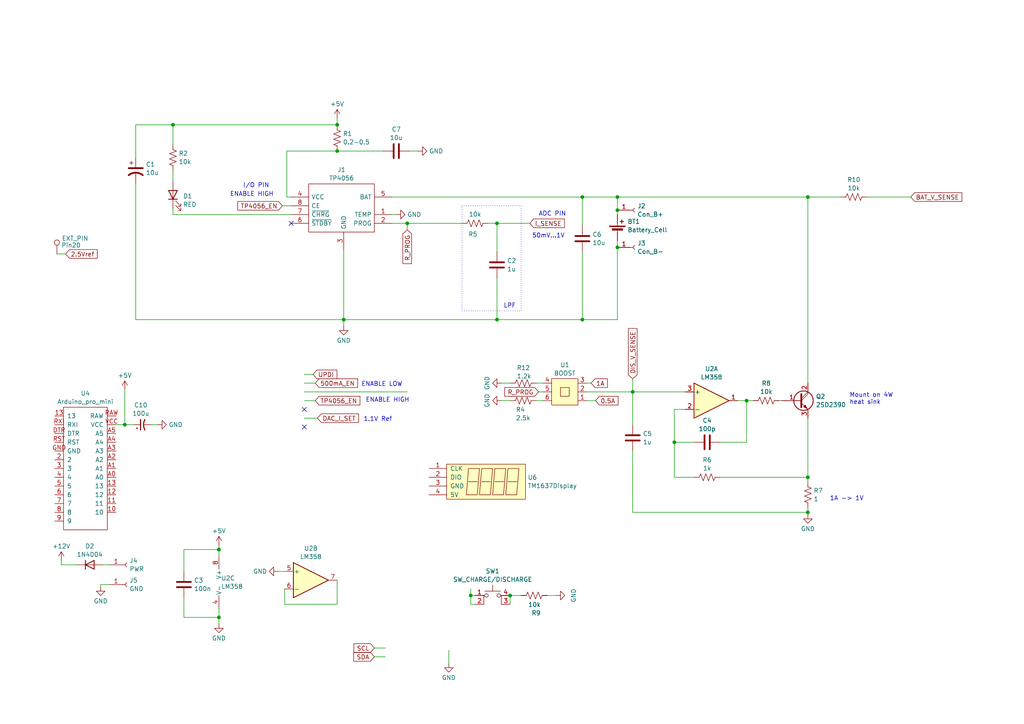
<source format=kicad_sch>
(kicad_sch (version 20230121) (generator eeschema)
  (paper "A4")
  (lib_symbols
    (symbol "!my-kicad-library:AO3406"
      (property "Reference" "U" (at -1.27 -5.08 0))
      (property "Value" "AO3406" (at 5.08 -2.54 0))
      (symbol "AO3406_0_1"
        (circle (center -0.889 0) (radius 2.794) (stroke (width 0.254)))
        (circle (center 0 -1.778) (radius 0.254) (fill (type outline)))
        (polyline (pts (xy -2.286 0) (xy -5.08 0)))
        (polyline (pts (xy -2.286 1.905) (xy -2.286 -1.905)) (stroke (width 0.254)))
        (polyline (pts (xy -1.778 -1.27) (xy -1.778 -2.286)) (stroke (width 0.254)))
        (polyline (pts (xy -1.778 0.508) (xy -1.778 -0.508)) (stroke (width 0.254)))
        (polyline (pts (xy -1.778 2.286) (xy -1.778 1.27)) (stroke (width 0.254)))
        (polyline (pts (xy 0 2.54) (xy 0 1.778)))
        (polyline (pts (xy 0 -2.54) (xy 0 0) (xy -1.778 0)))
        (polyline (pts (xy -1.778 -1.778) (xy 0.762 -1.778) (xy 0.762 1.778) (xy -1.778 1.778)))
        (polyline (pts (xy -1.524 0) (xy -0.508 0.381) (xy -0.508 -0.381) (xy -1.524 0)) (fill (type outline)))
        (polyline (pts (xy 0.254 0.508) (xy 0.381 0.381) (xy 1.143 0.381) (xy 1.27 0.254)))
        (polyline (pts (xy 0.762 0.381) (xy 0.381 -0.254) (xy 1.143 -0.254) (xy 0.762 0.381)))
        (circle (center 0 1.778) (radius 0.254) (fill (type outline)))
      )
      (symbol "AO3406_1_1"
        (pin input line (at -7.62 0 0) (length 2.54) (name "G") (number "1"))
        (pin passive line (at 0 -5.08 90) (length 2.54) (name "S") (number "2"))
        (pin passive line (at 0 5.08 270) (length 2.54) (name "D") (number "3"))
      )
    )
    (symbol "!my-kicad-library:Arduino_pro_mini" (pin_names (offset 1.016))
      (property "Reference" "U" (at -15.24 -2.54 0))
      (property "Value" "Arduino_pro_mini" (at 0 -20.32 0))
      (symbol "Arduino_pro_mini_0_1"
        (rectangle (start -6.35 17.78) (end 6.35 -17.78))
      )
      (symbol "Arduino_pro_mini_1_1"
        (pin bidirectional line (at 8.89 -12.7 180) (length 2.54) (name "10") (number "10"))
        (pin bidirectional line (at 8.89 -10.16 180) (length 2.54) (name "11") (number "11"))
        (pin bidirectional line (at 8.89 -7.62 180) (length 2.54) (name "12") (number "12"))
        (pin bidirectional line (at -8.89 15.24 0) (length 2.54) (name "13") (number "13"))
        (pin bidirectional line (at 8.89 -5.08 180) (length 2.54) (name "13") (number "13"))
        (pin bidirectional line (at -8.89 2.54 0) (length 2.54) (name "2") (number "2"))
        (pin bidirectional line (at -8.89 0 0) (length 2.54) (name "3") (number "3"))
        (pin bidirectional line (at -8.89 -2.54 0) (length 2.54) (name "4") (number "4"))
        (pin bidirectional line (at -8.89 -5.08 0) (length 2.54) (name "5") (number "5"))
        (pin bidirectional line (at -8.89 -7.62 0) (length 2.54) (name "6") (number "6"))
        (pin bidirectional line (at -8.89 -10.16 0) (length 2.54) (name "7") (number "7"))
        (pin bidirectional line (at -8.89 -12.7 0) (length 2.54) (name "8") (number "8"))
        (pin bidirectional line (at -8.89 -15.24 0) (length 2.54) (name "9") (number "9"))
        (pin input line (at 8.89 -2.54 180) (length 2.54) (name "A0") (number "A0"))
        (pin input line (at 8.89 0 180) (length 2.54) (name "A1") (number "A1"))
        (pin input line (at 8.89 2.54 180) (length 2.54) (name "A2") (number "A2"))
        (pin input line (at 8.89 5.08 180) (length 2.54) (name "A3") (number "A3"))
        (pin input line (at 8.89 7.62 180) (length 2.54) (name "A4") (number "A4"))
        (pin input line (at 8.89 10.16 180) (length 2.54) (name "A5") (number "A5"))
        (pin input line (at -8.89 10.16 0) (length 2.54) (name "DTR") (number "DTR"))
        (pin power_in line (at -8.89 5.08 0) (length 2.54) (name "GND") (number "GND"))
        (pin power_in line (at 8.89 15.24 180) (length 2.54) (name "RAW") (number "RAW"))
        (pin input line (at -8.89 7.62 0) (length 2.54) (name "RST") (number "RST"))
        (pin input line (at -8.89 12.7 0) (length 2.54) (name "RXI") (number "RXI"))
        (pin power_in line (at 8.89 12.7 180) (length 2.54) (name "VCC") (number "VCC"))
      )
    )
    (symbol "!my-kicad-library:LM2596_StepDown_Module" (pin_names (offset 1.016))
      (property "Reference" "U" (at 1.27 3.81 0))
      (property "Value" "LM2596_StepDown_Module" (at 0 20.32 0))
      (symbol "LM2596_StepDown_Module_0_1"
        (rectangle (start -7.62 10.16) (end 13.97 -5.08) (fill (type background)))
      )
      (symbol "LM2596_StepDown_Module_1_1"
        (pin power_in line (at -10.16 2.54 0) (length 2.54) (name "Vin") (number "1"))
        (pin power_in line (at -2.54 -7.62 90) (length 2.54) (name "GND") (number "2"))
        (pin power_in line (at 2.54 -7.62 90) (length 2.54) (name "GND") (number "3"))
        (pin power_out line (at 16.51 2.54 180) (length 2.54) (name "Vout") (number "4"))
        (pin input inverted (at -5.08 12.7 270) (length 2.54) (name "EN") (number "5"))
        (pin input line (at 5.08 12.7 270) (length 2.54) (name "Pot1") (number "6"))
        (pin input line (at 7.62 12.7 270) (length 2.54) (name "Pot2") (number "7"))
        (pin input line (at 10.16 12.7 270) (length 2.54) (name "Pot3") (number "8"))
      )
    )
    (symbol "!my-kicad-library:SW_DPDT_XLX" (pin_names (offset 1.016))
      (property "Reference" "U" (at 0 5.08 0))
      (property "Value" "SW_DPDT_XLX" (at 0 2.54 0))
      (symbol "SW_DPDT_XLX_0_1"
        (rectangle (start -3.81 0) (end 3.81 -7.62) (fill (type background)))
        (polyline (pts (xy -1.27 -2.54) (xy 1.27 -2.54) (xy 1.27 -5.08) (xy -1.27 -5.08) (xy -1.27 -2.54)))
      )
      (symbol "SW_DPDT_XLX_1_1"
        (pin input line (at 6.35 -6.35 180) (length 2.54) (name "~") (number "1"))
        (pin input line (at 6.35 -3.81 180) (length 2.54) (name "~") (number "2"))
        (pin input line (at 6.35 -1.27 180) (length 2.54) (name "~") (number "3"))
        (pin input line (at -6.35 -1.27 0) (length 2.54) (name "~") (number "4"))
        (pin input line (at -6.35 -3.81 0) (length 2.54) (name "~") (number "5"))
        (pin input line (at -6.35 -6.35 0) (length 2.54) (name "~") (number "6"))
      )
    )
    (symbol "!my-kicad-library:TM1637Display" (pin_names (offset 1.016))
      (property "Reference" "U" (at -7.62 -6.35 0))
      (property "Value" "TM1637Display" (at -1.27 6.35 0))
      (symbol "TM1637Display_0_1"
        (rectangle (start -8.89 5.08) (end 13.97 -5.08) (fill (type background)))
        (polyline (pts (xy -2.54 0) (xy 0 0)))
        (polyline (pts (xy 1.27 0) (xy 3.81 0)))
        (polyline (pts (xy 5.08 0) (xy 7.62 0)))
        (polyline (pts (xy 8.89 0) (xy 11.43 0)))
        (polyline (pts (xy -3.175 -3.81) (xy -2.54 3.81) (xy 0.635 3.81) (xy 0 -3.81) (xy -3.175 -3.81)))
        (polyline (pts (xy 0.635 -3.81) (xy 1.27 3.81) (xy 4.445 3.81) (xy 3.81 -3.81) (xy 0.635 -3.81)))
        (polyline (pts (xy 4.445 -3.81) (xy 5.08 3.81) (xy 8.255 3.81) (xy 7.62 -3.81) (xy 4.445 -3.81)))
        (polyline (pts (xy 8.255 -3.81) (xy 8.89 3.81) (xy 12.065 3.81) (xy 11.43 -3.81) (xy 8.255 -3.81)))
      )
      (symbol "TM1637Display_1_1"
        (pin input line (at -13.97 3.81 0) (length 5.08) (name "CLK") (number "1"))
        (pin input line (at -13.97 1.27 0) (length 5.08) (name "DIO") (number "2"))
        (pin power_in line (at -13.97 -1.27 0) (length 5.08) (name "GND") (number "3"))
        (pin power_in line (at -13.97 -3.81 0) (length 5.08) (name "5V") (number "4"))
      )
    )
    (symbol "!my-kicad-library:TP4056" (pin_names (offset 0.762))
      (property "Reference" "J" (at 38.1 2.54 0))
      (property "Value" "TP4056" (at 38.1 0 0))
      (symbol "TP4056_0_0"
        (pin input line (at 29.21 -6.35 180) (length 5.08) (name "TEMP") (number "1"))
        (pin input line (at 29.21 -8.89 180) (length 5.08) (name "PROG") (number "2"))
        (pin input line (at 15.24 -16.51 90) (length 5.08) (name "GND") (number "3"))
        (pin power_in line (at 0 -1.27 0) (length 5.08) (name "VCC") (number "4"))
        (pin power_out line (at 29.21 -1.27 180) (length 5.08) (name "BAT") (number "5"))
        (pin open_collector line (at 0 -8.89 0) (length 5.08) (name "~{STDBY}") (number "6"))
        (pin open_collector line (at 0 -6.35 0) (length 5.08) (name "~{CHRG}") (number "7"))
        (pin input line (at 0 -3.81 0) (length 5.08) (name "CE") (number "8"))
      )
      (symbol "TP4056_0_1"
        (polyline (pts (xy 5.08 2.54) (xy 24.13 2.54) (xy 24.13 -11.43) (xy 5.08 -11.43) (xy 5.08 2.54)) (stroke (width 0.1524)))
      )
    )
    (symbol "Amplifier_Operational:LM358" (pin_names (offset 0.127))
      (property "Reference" "U" (at 0 5.08 0))
      (property "Value" "LM358" (at 0 -5.08 0))
      (symbol "LM358_1_1"
        (polyline (pts (xy -5.08 5.08) (xy 5.08 0) (xy -5.08 -5.08) (xy -5.08 5.08)) (stroke (width 0.254)) (fill (type background)))
        (pin output line (at 7.62 0 180) (length 2.54) (name "~") (number "1"))
        (pin input line (at -7.62 -2.54 0) (length 2.54) (name "-") (number "2"))
        (pin input line (at -7.62 2.54 0) (length 2.54) (name "+") (number "3"))
      )
      (symbol "LM358_2_1"
        (polyline (pts (xy -5.08 5.08) (xy 5.08 0) (xy -5.08 -5.08) (xy -5.08 5.08)) (stroke (width 0.254)) (fill (type background)))
        (pin input line (at -7.62 2.54 0) (length 2.54) (name "+") (number "5"))
        (pin input line (at -7.62 -2.54 0) (length 2.54) (name "-") (number "6"))
        (pin output line (at 7.62 0 180) (length 2.54) (name "~") (number "7"))
      )
      (symbol "LM358_3_1"
        (pin power_in line (at -2.54 -7.62 90) (length 3.81) (name "V-") (number "4"))
        (pin power_in line (at -2.54 7.62 270) (length 3.81) (name "V+") (number "8"))
      )
    )
    (symbol "Connector:Conn_01x01_Socket" (pin_names (offset 1.016) hide)
      (property "Reference" "J" (at 0 2.54 0))
      (property "Value" "Conn_01x01_Socket" (at 0 -2.54 0))
      (symbol "Conn_01x01_Socket_1_1"
        (polyline (pts (xy -1.27 0) (xy -0.508 0)) (stroke (width 0.1524)))
        (arc (start 0 0.508) (mid -0.5058 0) (end 0 -0.508) (stroke (width 0.1524)))
        (pin passive line (at -5.08 0 0) (length 3.81) (name "Pin_1") (number "1"))
      )
    )
    (symbol "Connector:Conn_01x02_Female" (pin_names (offset 1.016) hide)
      (property "Reference" "J" (at 0 2.54 0))
      (property "Value" "Conn_01x02_Female" (at 0 -5.08 0))
      (symbol "Conn_01x02_Female_1_1"
        (arc (start 0 -2.032) (mid -0.5058 -2.54) (end 0 -3.048) (stroke (width 0.1524)))
        (polyline (pts (xy -1.27 -2.54) (xy -0.508 -2.54)) (stroke (width 0.1524)))
        (polyline (pts (xy -1.27 0) (xy -0.508 0)) (stroke (width 0.1524)))
        (arc (start 0 0.508) (mid -0.5058 0) (end 0 -0.508) (stroke (width 0.1524)))
        (pin passive line (at -5.08 0 0) (length 3.81) (name "Pin_1") (number "1"))
        (pin passive line (at -5.08 -2.54 0) (length 3.81) (name "Pin_2") (number "2"))
      )
    )
    (symbol "Connector:TestPoint" (pin_numbers hide) (pin_names (offset 0.762) hide)
      (property "Reference" "TP" (at 0 6.858 0))
      (property "Value" "TestPoint" (at 0 5.08 0))
      (symbol "TestPoint_0_1"
        (circle (center 0 3.302) (radius 0.762))
      )
      (symbol "TestPoint_1_1"
        (pin passive line (at 0 0 90) (length 2.54) (name "1") (number "1"))
      )
    )
    (symbol "Device:Battery_Cell" (pin_numbers hide) (pin_names (offset 0) hide)
      (property "Reference" "BT" (at 2.54 2.54 0))
      (property "Value" "Battery_Cell" (at 2.54 0 0))
      (symbol "Battery_Cell_0_1"
        (rectangle (start -2.286 1.778) (end 2.286 1.524) (fill (type outline)))
        (rectangle (start -1.524 1.016) (end 1.524 0.508) (fill (type outline)))
        (polyline (pts (xy 0 0.762) (xy 0 0)))
        (polyline (pts (xy 0 1.778) (xy 0 2.54)))
        (polyline (pts (xy 0.762 3.048) (xy 1.778 3.048)) (stroke (width 0.254)))
        (polyline (pts (xy 1.27 3.556) (xy 1.27 2.54)) (stroke (width 0.254)))
      )
      (symbol "Battery_Cell_1_1"
        (pin passive line (at 0 5.08 270) (length 2.54) (name "+") (number "1"))
        (pin passive line (at 0 -2.54 90) (length 2.54) (name "-") (number "2"))
      )
    )
    (symbol "Device:C" (pin_numbers hide) (pin_names (offset 0.254))
      (property "Reference" "C" (at 0.635 2.54 0))
      (property "Value" "C" (at 0.635 -2.54 0))
      (symbol "C_0_1"
        (polyline (pts (xy -2.032 -0.762) (xy 2.032 -0.762)) (stroke (width 0.508)))
        (polyline (pts (xy -2.032 0.762) (xy 2.032 0.762)) (stroke (width 0.508)))
      )
      (symbol "C_1_1"
        (pin passive line (at 0 3.81 270) (length 2.794) (name "~") (number "1"))
        (pin passive line (at 0 -3.81 90) (length 2.794) (name "~") (number "2"))
      )
    )
    (symbol "Device:C_Polarized_Small_US" (pin_numbers hide) (pin_names (offset 0.254) hide)
      (property "Reference" "C" (at 0.254 1.778 0))
      (property "Value" "C_Polarized_Small_US" (at 0.254 -2.032 0))
      (symbol "C_Polarized_Small_US_0_1"
        (polyline (pts (xy -1.524 0.508) (xy 1.524 0.508)) (stroke (width 0.3048)))
        (polyline (pts (xy -1.27 1.524) (xy -0.762 1.524)))
        (polyline (pts (xy -1.016 1.27) (xy -1.016 1.778)))
        (arc (start 1.524 -0.762) (mid 0 -0.3734) (end -1.524 -0.762) (stroke (width 0.3048)))
      )
      (symbol "C_Polarized_Small_US_1_1"
        (pin passive line (at 0 2.54 270) (length 2.032) (name "~") (number "1"))
        (pin passive line (at 0 -2.54 90) (length 2.032) (name "~") (number "2"))
      )
    )
    (symbol "Device:C_Polarized_US" (pin_numbers hide) (pin_names (offset 0.254) hide)
      (property "Reference" "C" (at 0.635 2.54 0))
      (property "Value" "C_Polarized_US" (at 0.635 -2.54 0))
      (symbol "C_Polarized_US_0_1"
        (polyline (pts (xy -2.032 0.762) (xy 2.032 0.762)) (stroke (width 0.508)))
        (polyline (pts (xy -1.778 2.286) (xy -0.762 2.286)))
        (polyline (pts (xy -1.27 1.778) (xy -1.27 2.794)))
        (arc (start 2.032 -1.27) (mid 0 -0.5572) (end -2.032 -1.27) (stroke (width 0.508)))
      )
      (symbol "C_Polarized_US_1_1"
        (pin passive line (at 0 3.81 270) (length 2.794) (name "~") (number "1"))
        (pin passive line (at 0 -3.81 90) (length 3.302) (name "~") (number "2"))
      )
    )
    (symbol "Device:LED" (pin_numbers hide) (pin_names (offset 1.016) hide)
      (property "Reference" "D" (at 0 2.54 0))
      (property "Value" "LED" (at 0 -2.54 0))
      (symbol "LED_0_1"
        (polyline (pts (xy -1.27 -1.27) (xy -1.27 1.27)) (stroke (width 0.254)))
        (polyline (pts (xy -1.27 0) (xy 1.27 0)))
        (polyline (pts (xy 1.27 -1.27) (xy 1.27 1.27) (xy -1.27 0) (xy 1.27 -1.27)) (stroke (width 0.254)))
        (polyline (pts (xy -3.048 -0.762) (xy -4.572 -2.286) (xy -3.81 -2.286) (xy -4.572 -2.286) (xy -4.572 -1.524)))
        (polyline (pts (xy -1.778 -0.762) (xy -3.302 -2.286) (xy -2.54 -2.286) (xy -3.302 -2.286) (xy -3.302 -1.524)))
      )
      (symbol "LED_1_1"
        (pin passive line (at -3.81 0 0) (length 2.54) (name "K") (number "1"))
        (pin passive line (at 3.81 0 180) (length 2.54) (name "A") (number "2"))
      )
    )
    (symbol "Device:Q_NPN_Darlington_BCE" (pin_names (offset 0) hide)
      (property "Reference" "Q" (at 4.572 1.27 0))
      (property "Value" "Q_NPN_Darlington_BCE" (at 4.572 -1.27 0))
      (symbol "Q_NPN_Darlington_BCE_0_1"
        (polyline (pts (xy 0.635 0.635) (xy 2.54 2.54)))
        (polyline (pts (xy 0.635 -0.635) (xy 2.54 -2.54) (xy 2.54 -2.54)))
        (polyline (pts (xy 0.635 0) (xy 2.54 1.905) (xy 2.54 2.54)))
        (polyline (pts (xy 0.635 1.905) (xy 0.635 -1.905) (xy 0.635 -1.905)) (stroke (width 0.508)))
        (polyline (pts (xy 1.27 -1.778) (xy 1.778 -1.27) (xy 2.286 -2.286) (xy 1.27 -1.778) (xy 1.27 -1.778)) (fill (type outline)))
        (circle (center 1.27 0) (radius 2.8194) (stroke (width 0.254)))
      )
      (symbol "Q_NPN_Darlington_BCE_1_1"
        (pin input line (at -5.08 0 0) (length 5.715) (name "B") (number "1"))
        (pin passive line (at 2.54 5.08 270) (length 2.54) (name "C") (number "2"))
        (pin passive line (at 2.54 -5.08 90) (length 2.54) (name "E") (number "3"))
      )
    )
    (symbol "Device:Q_PNP_BEC" (pin_names (offset 0) hide)
      (property "Reference" "Q" (at 5.08 1.27 0))
      (property "Value" "Q_PNP_BEC" (at 5.08 -1.27 0))
      (symbol "Q_PNP_BEC_0_1"
        (polyline (pts (xy 0.635 0.635) (xy 2.54 2.54)))
        (polyline (pts (xy 0.635 -0.635) (xy 2.54 -2.54) (xy 2.54 -2.54)))
        (polyline (pts (xy 0.635 1.905) (xy 0.635 -1.905) (xy 0.635 -1.905)) (stroke (width 0.508)))
        (polyline (pts (xy 2.286 -1.778) (xy 1.778 -2.286) (xy 1.27 -1.27) (xy 2.286 -1.778) (xy 2.286 -1.778)) (fill (type outline)))
        (circle (center 1.27 0) (radius 2.8194) (stroke (width 0.254)))
      )
      (symbol "Q_PNP_BEC_1_1"
        (pin input line (at -5.08 0 0) (length 5.715) (name "B") (number "1"))
        (pin passive line (at 2.54 -5.08 90) (length 2.54) (name "E") (number "2"))
        (pin passive line (at 2.54 5.08 270) (length 2.54) (name "C") (number "3"))
      )
    )
    (symbol "Device:R_Potentiometer_Trim_US" (pin_names (offset 1.016) hide)
      (property "Reference" "RV" (at -4.445 0 90))
      (property "Value" "R_Potentiometer_Trim_US" (at -2.54 0 90))
      (symbol "R_Potentiometer_Trim_US_0_1"
        (polyline (pts (xy 0 -2.286) (xy 0 -2.54)))
        (polyline (pts (xy 0 2.286) (xy 0 2.54)))
        (polyline (pts (xy 1.524 0.762) (xy 1.524 -0.762)))
        (polyline (pts (xy 2.54 0) (xy 1.524 0)))
        (polyline (pts (xy 0 -0.762) (xy 1.016 -1.143) (xy 0 -1.524) (xy -1.016 -1.905) (xy 0 -2.286)))
        (polyline (pts (xy 0 0.762) (xy 1.016 0.381) (xy 0 0) (xy -1.016 -0.381) (xy 0 -0.762)))
        (polyline (pts (xy 0 2.286) (xy 1.016 1.905) (xy 0 1.524) (xy -1.016 1.143) (xy 0 0.762)))
      )
      (symbol "R_Potentiometer_Trim_US_1_1"
        (pin passive line (at 0 3.81 270) (length 1.27) (name "1") (number "1"))
        (pin passive line (at 3.81 0 180) (length 1.27) (name "2") (number "2"))
        (pin passive line (at 0 -3.81 90) (length 1.27) (name "3") (number "3"))
      )
    )
    (symbol "Device:R_US" (pin_numbers hide) (pin_names (offset 0))
      (property "Reference" "R" (at 2.54 0 90))
      (property "Value" "R_US" (at -2.54 0 90))
      (symbol "R_US_0_1"
        (polyline (pts (xy 0 -2.286) (xy 0 -2.54)))
        (polyline (pts (xy 0 2.286) (xy 0 2.54)))
        (polyline (pts (xy 0 -0.762) (xy 1.016 -1.143) (xy 0 -1.524) (xy -1.016 -1.905) (xy 0 -2.286)))
        (polyline (pts (xy 0 0.762) (xy 1.016 0.381) (xy 0 0) (xy -1.016 -0.381) (xy 0 -0.762)))
        (polyline (pts (xy 0 2.286) (xy 1.016 1.905) (xy 0 1.524) (xy -1.016 1.143) (xy 0 0.762)))
      )
      (symbol "R_US_1_1"
        (pin passive line (at 0 3.81 270) (length 1.27) (name "~") (number "1"))
        (pin passive line (at 0 -3.81 90) (length 1.27) (name "~") (number "2"))
      )
    )
    (symbol "Diode:1N4004" (pin_numbers hide) (pin_names hide)
      (property "Reference" "D" (at 0 2.54 0))
      (property "Value" "1N4004" (at 0 -2.54 0))
      (symbol "1N4004_0_1"
        (polyline (pts (xy -1.27 1.27) (xy -1.27 -1.27)) (stroke (width 0.254)))
        (polyline (pts (xy 1.27 0) (xy -1.27 0)))
        (polyline (pts (xy 1.27 1.27) (xy 1.27 -1.27) (xy -1.27 0) (xy 1.27 1.27)) (stroke (width 0.254)))
      )
      (symbol "1N4004_1_1"
        (pin passive line (at -3.81 0 0) (length 2.54) (name "K") (number "1"))
        (pin passive line (at 3.81 0 180) (length 2.54) (name "A") (number "2"))
      )
    )
    (symbol "Reference_Voltage:TL431LP" (pin_numbers hide) (pin_names hide)
      (property "Reference" "U" (at -2.54 2.54 0))
      (property "Value" "TL431LP" (at 0 -2.54 0))
      (symbol "TL431LP_0_1"
        (polyline (pts (xy -1.27 0) (xy 0 0) (xy 1.27 0)))
        (polyline (pts (xy -0.762 0.762) (xy 0.762 0) (xy -0.762 -0.762)) (fill (type outline)))
        (polyline (pts (xy 0.508 -1.016) (xy 0.762 -0.762) (xy 0.762 0.762) (xy 0.762 0.762)) (stroke (width 0.254)))
      )
      (symbol "TL431LP_1_1"
        (pin passive line (at 0 2.54 270) (length 2.54) (name "REF") (number "1"))
        (pin passive line (at -2.54 0 0) (length 2.54) (name "A") (number "2"))
        (pin passive line (at 2.54 0 180) (length 2.54) (name "K") (number "3"))
      )
    )
    (symbol "Switch:SW_MEC_5E" (pin_names (offset 1.016) hide)
      (property "Reference" "SW" (at 0.635 5.715 0))
      (property "Value" "SW_MEC_5E" (at 0 -3.175 0))
      (symbol "SW_MEC_5E_0_1"
        (circle (center -1.778 2.54) (radius 0.508))
        (polyline (pts (xy -2.286 3.81) (xy 2.286 3.81)))
        (polyline (pts (xy 0 3.81) (xy 0 5.588)))
        (polyline (pts (xy -2.54 0) (xy -2.54 2.54) (xy -2.286 2.54)))
        (polyline (pts (xy 2.54 0) (xy 2.54 2.54) (xy 2.286 2.54)))
        (circle (center 1.778 2.54) (radius 0.508))
        (pin passive line (at -5.08 2.54 0) (length 2.54) (name "1") (number "1"))
        (pin passive line (at -5.08 0 0) (length 2.54) (name "2") (number "2"))
        (pin passive line (at 5.08 0 180) (length 2.54) (name "K") (number "3"))
        (pin passive line (at 5.08 2.54 180) (length 2.54) (name "A") (number "4"))
      )
    )
    (symbol "power:+12V" (power) (pin_names (offset 0))
      (property "Value" "+12V" (at 0 3.556 0))
      (symbol "+12V_0_1"
        (polyline (pts (xy -0.762 1.27) (xy 0 2.54)))
        (polyline (pts (xy 0 0) (xy 0 2.54)))
        (polyline (pts (xy 0 2.54) (xy 0.762 1.27)))
      )
      (symbol "+12V_1_1"
        (pin power_in line (at 0 0 90) (length 0) hide (name "+12V") (number "1"))
      )
    )
    (symbol "power:+5V" (power) (pin_names (offset 0))
      (property "Value" "+5V" (at 0 3.556 0))
      (symbol "+5V_0_1"
        (polyline (pts (xy -0.762 1.27) (xy 0 2.54)))
        (polyline (pts (xy 0 0) (xy 0 2.54)))
        (polyline (pts (xy 0 2.54) (xy 0.762 1.27)))
      )
      (symbol "+5V_1_1"
        (pin power_in line (at 0 0 90) (length 0) hide (name "+5V") (number "1"))
      )
    )
    (symbol "power:GND" (power) (pin_names (offset 0))
      (property "Value" "GND" (at 0 -3.81 0))
      (symbol "GND_0_1"
        (polyline (pts (xy 0 0) (xy 0 -1.27) (xy 1.27 -1.27) (xy 0 -2.54) (xy -1.27 -1.27) (xy 0 -1.27)))
      )
      (symbol "GND_1_1"
        (pin power_in line (at 0 0 270) (length 0) hide (name "GND") (number "1"))
      )
    )
    (symbol "power:GNDA" (power) (pin_names (offset 0))
      (property "Value" "GNDA" (at 0 -3.81 0))
      (symbol "GNDA_0_1"
        (polyline (pts (xy 0 0) (xy 0 -1.27) (xy 1.27 -1.27) (xy 0 -2.54) (xy -1.27 -1.27) (xy 0 -1.27)))
      )
      (symbol "GNDA_1_1"
        (pin power_in line (at 0 0 270) (length 0) hide (name "GNDA") (number "1"))
      )
    )
  )
  (junction (at 216.535 116.205))
  (junction (at 179.07 71.755))
  (junction (at 63.5 179.07))
  (junction (at 200.025 -50.8))
  (junction (at 175.895 -62.865))
  (junction (at 351.155 55.245))
  (junction (at 97.79 36.195))
  (junction (at 175.895 -22.225))
  (junction (at 168.91 92.71))
  (junction (at 99.695 92.71))
  (junction (at 175.895 -50.8))
  (junction (at 179.07 57.15))
  (junction (at 341.63 39.37))
  (junction (at 63.5 159.385))
  (junction (at 168.91 57.15))
  (junction (at 234.315 138.43))
  (junction (at 332.105 55.245))
  (junction (at 161.925 -62.865))
  (junction (at 351.155 13.335))
  (junction (at 179.07 60.96))
  (junction (at 183.515 113.665))
  (junction (at 97.79 43.815))
  (junction (at 351.155 30.48))
  (junction (at 36.195 123.19))
  (junction (at 175.895 -36.83))
  (junction (at 148.59 -22.225))
  (junction (at 195.58 128.27))
  (junction (at 144.145 92.71))
  (junction (at 200.025 -62.865))
  (junction (at 118.11 64.77))
  (junction (at 161.925 -22.225))
  (junction (at 234.315 148.59))
  (junction (at 50.165 36.195))
  (junction (at 148.59 -62.865))
  (junction (at 234.315 57.15))
  (junction (at 144.145 64.77))
  (junction (at -29.845 167.64))
  (junction (at 147.955 172.72))
  (junction (at 200.025 -36.83))
  (junction (at 136.525 172.72))
  (no_connect (at -19.685 145.415))
  (no_connect (at 84.455 64.77))
  (no_connect (at -34.925 145.415))
  (no_connect (at -24.765 145.415))
  (no_connect (at 88.265 118.745))
  (no_connect (at 88.265 123.825))
  (no_connect (at -22.225 145.415))
  (wire (pts (xy 31.75 169.545) (xy 29.21 169.545)))
  (wire (pts (xy 200.025 -38.1) (xy 200.025 -36.83)))
  (wire (pts (xy 53.34 159.385) (xy 53.34 165.735)))
  (wire (pts (xy 351.155 30.48) (xy 349.25 30.48)))
  (wire (pts (xy 63.5 158.115) (xy 63.5 159.385)))
  (wire (pts (xy 208.915 138.43) (xy 234.315 138.43)))
  (wire (pts (xy 175.895 -36.83) (xy 175.895 -34.925)))
  (wire (pts (xy 175.895 -50.8) (xy 179.705 -50.8)))
  (wire (pts (xy 148.59 -79.375) (xy 148.59 -76.2)))
  (wire (pts (xy 203.835 -36.83) (xy 200.025 -36.83)))
  (wire (pts (xy 200.025 -53.975) (xy 200.025 -50.8)))
  (wire (pts (xy 81.915 59.69) (xy 84.455 59.69)))
  (wire (pts (xy 341.63 39.37) (xy 341.63 35.56)))
  (wire (pts (xy 213.995 116.205) (xy 216.535 116.205)))
  (wire (pts (xy 130.175 188.595) (xy 130.175 192.405)))
  (wire (pts (xy 144.145 64.77) (xy 141.605 64.77)))
  (wire (pts (xy 168.91 92.71) (xy 179.07 92.71)))
  (wire (pts (xy 45.72 123.19) (xy 43.815 123.19)))
  (wire (pts (xy 148.59 -62.865) (xy 161.925 -62.865)))
  (wire (pts (xy 175.895 -62.865) (xy 175.895 -61.595)))
  (wire (pts (xy 147.955 172.72) (xy 151.13 172.72)))
  (wire (pts (xy 175.895 -53.975) (xy 175.895 -50.8)))
  (wire (pts (xy 161.925 -50.8) (xy 161.925 -62.865)))
  (wire (pts (xy 161.925 -43.18) (xy 161.925 -22.225)))
  (wire (pts (xy 84.455 62.23) (xy 50.165 62.23)))
  (wire (pts (xy 88.265 121.285) (xy 92.075 121.285)))
  (wire (pts (xy 88.265 116.205) (xy 91.44 116.205)))
  (wire (pts (xy 144.145 80.645) (xy 144.145 92.71)))
  (wire (pts (xy 203.835 -41.91) (xy 203.835 -36.83)))
  (wire (pts (xy 147.955 111.125) (xy 145.415 111.125)))
  (wire (pts (xy 50.165 52.705) (xy 50.165 49.53)))
  (wire (pts (xy 161.925 -22.225) (xy 175.895 -22.225)))
  (wire (pts (xy 99.695 92.71) (xy 99.695 94.615)))
  (wire (pts (xy -27.305 167.64) (xy -27.305 165.735)))
  (wire (pts (xy 137.795 172.72) (xy 136.525 172.72)))
  (wire (pts (xy 201.295 138.43) (xy 195.58 138.43)))
  (wire (pts (xy 195.58 138.43) (xy 195.58 128.27)))
  (wire (pts (xy 53.34 173.355) (xy 53.34 179.07)))
  (wire (pts (xy 351.155 55.245) (xy 351.155 45.72)))
  (wire (pts (xy 179.07 69.85) (xy 179.07 71.755)))
  (wire (pts (xy 39.37 36.195) (xy 50.165 36.195)))
  (wire (pts (xy 234.315 121.285) (xy 234.315 138.43)))
  (wire (pts (xy 50.165 62.23) (xy 50.165 60.325)))
  (wire (pts (xy 148.59 -62.865) (xy 148.59 -53.34)))
  (wire (pts (xy 17.78 163.83) (xy 17.78 162.56)))
  (wire (pts (xy 183.515 130.81) (xy 183.515 148.59)))
  (wire (pts (xy 82.55 170.815) (xy 82.55 175.26)))
  (wire (pts (xy 183.515 123.19) (xy 183.515 113.665)))
  (wire (pts (xy 168.91 57.15) (xy 168.91 65.405)))
  (wire (pts (xy 148.59 -22.225) (xy 148.59 -19.685)))
  (wire (pts (xy 351.155 25.4) (xy 351.155 30.48)))
  (polyline (pts (xy 133.985 -85.725) (xy 133.985 -12.065)) (stroke (width 0) (type dot)))
  (wire (pts (xy 183.515 113.665) (xy 198.755 113.665)))
  (wire (pts (xy 175.895 -50.8) (xy 175.895 -45.72)))
  (wire (pts (xy 170.18 111.125) (xy 171.45 111.125)))
  (wire (pts (xy 29.21 169.545) (xy 29.21 170.18)))
  (wire (pts (xy 83.185 43.815) (xy 83.185 57.15)))
  (wire (pts (xy 33.655 123.19) (xy 36.195 123.19)))
  (wire (pts (xy 179.705 -36.83) (xy 175.895 -36.83)))
  (wire (pts (xy 175.895 -38.1) (xy 175.895 -36.83)))
  (wire (pts (xy 99.695 72.39) (xy 99.695 92.71)))
  (wire (pts (xy 200.025 -26.67) (xy 200.025 -22.225)))
  (wire (pts (xy 200.025 -62.865) (xy 203.835 -62.865)))
  (wire (pts (xy 99.695 92.71) (xy 144.145 92.71)))
  (polyline (pts (xy 324.485 7.62) (xy 362.585 7.62)))
  (wire (pts (xy 36.195 123.19) (xy 38.735 123.19)))
  (wire (pts (xy 16.51 73.66) (xy 19.05 73.66)))
  (polyline (pts (xy 362.585 69.85) (xy 362.585 7.62)))
  (wire (pts (xy 108.585 190.5) (xy 111.76 190.5)))
  (wire (pts (xy 148.59 -48.26) (xy 148.59 -22.225)))
  (wire (pts (xy 97.79 168.275) (xy 97.79 175.26)))
  (wire (pts (xy 179.07 71.755) (xy 179.07 92.71)))
  (wire (pts (xy 251.46 57.15) (xy 264.16 57.15)))
  (wire (pts (xy 97.79 175.26) (xy 82.55 175.26)))
  (wire (pts (xy 332.105 55.245) (xy 332.105 52.07)))
  (wire (pts (xy 148.59 -68.58) (xy 148.59 -62.865)))
  (wire (pts (xy 234.315 147.32) (xy 234.315 148.59)))
  (polyline (pts (xy 235.585 -85.725) (xy 235.585 -12.065)) (stroke (width 0) (type dot)))
  (wire (pts (xy 50.165 41.91) (xy 50.165 36.195)))
  (wire (pts (xy 88.265 111.125) (xy 91.44 111.125)))
  (wire (pts (xy 175.895 -22.225) (xy 200.025 -22.225)))
  (wire (pts (xy 168.91 57.15) (xy 179.07 57.15)))
  (wire (pts (xy 39.37 45.72) (xy 39.37 36.195)))
  (wire (pts (xy 29.845 163.83) (xy 31.75 163.83)))
  (wire (pts (xy 332.105 39.37) (xy 332.105 44.45)))
  (wire (pts (xy 63.5 161.29) (xy 63.5 159.385)))
  (wire (pts (xy 179.07 62.23) (xy 179.07 60.96)))
  (wire (pts (xy -32.385 167.64) (xy -29.845 167.64)))
  (polyline (pts (xy 133.35 -85.725) (xy 235.585 -85.725)) (stroke (width 0) (type dot)))
  (wire (pts (xy 63.5 159.385) (xy 53.34 159.385)))
  (wire (pts (xy 208.915 128.27) (xy 216.535 128.27)))
  (wire (pts (xy 170.18 113.665) (xy 183.515 113.665)))
  (wire (pts (xy 142.875 -62.865) (xy 148.59 -62.865)))
  (wire (pts (xy 142.875 -50.8) (xy 142.875 -62.865)))
  (wire (pts (xy 83.185 43.815) (xy 97.79 43.815)))
  (wire (pts (xy 234.315 57.15) (xy 243.84 57.15)))
  (wire (pts (xy 113.665 64.77) (xy 118.11 64.77)))
  (wire (pts (xy 216.535 116.205) (xy 216.535 128.27)))
  (wire (pts (xy 80.645 165.735) (xy 82.55 165.735)))
  (wire (pts (xy 36.195 113.03) (xy 36.195 123.19)))
  (wire (pts (xy 144.145 73.025) (xy 144.145 64.77)))
  (wire (pts (xy 63.5 179.07) (xy 63.5 180.975)))
  (wire (pts (xy 136.525 172.72) (xy 136.525 170.815)))
  (wire (pts (xy 50.165 36.195) (xy 97.79 36.195)))
  (wire (pts (xy 148.59 -22.225) (xy 161.925 -22.225)))
  (wire (pts (xy 332.105 39.37) (xy 341.63 39.37)))
  (wire (pts (xy 83.185 57.15) (xy 84.455 57.15)))
  (wire (pts (xy 341.63 39.37) (xy 341.63 47.625)))
  (wire (pts (xy 200.025 -50.8) (xy 200.025 -45.72)))
  (wire (pts (xy 113.665 57.15) (xy 168.91 57.15)))
  (wire (pts (xy 113.665 62.23) (xy 114.935 62.23)))
  (wire (pts (xy 183.515 148.59) (xy 234.315 148.59)))
  (wire (pts (xy 156.21 113.665) (xy 157.48 113.665)))
  (wire (pts (xy 234.315 148.59) (xy 234.315 149.225)))
  (wire (pts (xy 179.07 60.96) (xy 179.07 57.15)))
  (wire (pts (xy 179.705 -41.91) (xy 179.705 -36.83)))
  (polyline (pts (xy 324.485 69.85) (xy 362.585 69.85)))
  (wire (pts (xy 136.525 175.26) (xy 136.525 172.72)))
  (wire (pts (xy 351.155 13.335) (xy 365.125 13.335)))
  (wire (pts (xy 97.79 43.815) (xy 111.125 43.815)))
  (wire (pts (xy 234.315 139.7) (xy 234.315 138.43)))
  (wire (pts (xy 183.515 109.855) (xy 183.515 113.665)))
  (wire (pts (xy -40.005 155.575) (xy -43.815 155.575)))
  (wire (pts (xy 39.37 53.34) (xy 39.37 92.71)))
  (wire (pts (xy 200.025 -62.865) (xy 200.025 -61.595)))
  (wire (pts (xy 195.58 128.27) (xy 201.295 128.27)))
  (wire (pts (xy 336.55 55.245) (xy 332.105 55.245)))
  (wire (pts (xy 147.955 172.72) (xy 147.955 175.26)))
  (wire (pts (xy 118.11 64.77) (xy 133.985 64.77)))
  (wire (pts (xy 144.145 64.77) (xy 153.67 64.77)))
  (wire (pts (xy 200.025 -50.8) (xy 203.835 -50.8)))
  (wire (pts (xy 175.895 -27.305) (xy 175.895 -22.225)))
  (wire (pts (xy 234.315 111.125) (xy 234.315 57.15)))
  (wire (pts (xy 175.895 -62.865) (xy 200.025 -62.865)))
  (wire (pts (xy -32.385 165.735) (xy -32.385 167.64)))
  (wire (pts (xy 88.265 113.665) (xy 118.11 113.665)))
  (wire (pts (xy 168.91 73.025) (xy 168.91 92.71)))
  (wire (pts (xy 341.63 25.4) (xy 341.63 13.335)))
  (wire (pts (xy 170.18 116.205) (xy 172.72 116.205)))
  (wire (pts (xy 161.925 -62.865) (xy 175.895 -62.865)))
  (wire (pts (xy 53.34 179.07) (xy 63.5 179.07)))
  (wire (pts (xy 341.63 13.335) (xy 351.155 13.335)))
  (wire (pts (xy 155.575 111.125) (xy 157.48 111.125)))
  (wire (pts (xy 200.025 -36.83) (xy 200.025 -34.29)))
  (wire (pts (xy 39.37 92.71) (xy 99.695 92.71)))
  (wire (pts (xy 147.955 116.205) (xy 145.415 116.205)))
  (wire (pts (xy 118.745 43.815) (xy 121.285 43.815)))
  (wire (pts (xy 226.06 116.205) (xy 226.695 116.205)))
  (polyline (pts (xy 324.485 7.62) (xy 324.485 69.85)))
  (wire (pts (xy 144.145 92.71) (xy 168.91 92.71)))
  (wire (pts (xy 351.155 55.245) (xy 365.125 55.245)))
  (wire (pts (xy -29.845 167.64) (xy -29.845 168.275)))
  (wire (pts (xy 155.575 116.205) (xy 157.48 116.205)))
  (wire (pts (xy -29.845 167.64) (xy -27.305 167.64)))
  (polyline (pts (xy 235.585 -12.065) (xy 133.985 -12.065)) (stroke (width 0) (type dot)))
  (wire (pts (xy 88.265 108.585) (xy 90.805 108.585)))
  (wire (pts (xy 63.5 179.07) (xy 63.5 176.53)))
  (wire (pts (xy 108.585 187.96) (xy 111.76 187.96)))
  (wire (pts (xy 346.71 55.245) (xy 351.155 55.245)))
  (wire (pts (xy 161.29 172.72) (xy 158.75 172.72)))
  (wire (pts (xy 17.78 163.83) (xy 22.225 163.83)))
  (wire (pts (xy 118.11 64.77) (xy 118.11 66.675)))
  (wire (pts (xy 351.155 13.335) (xy 351.155 17.78)))
  (wire (pts (xy 216.535 116.205) (xy 218.44 116.205)))
  (wire (pts (xy 137.795 175.26) (xy 136.525 175.26)))
  (wire (pts (xy 332.105 62.23) (xy 332.105 55.245)))
  (wire (pts (xy 198.755 118.745) (xy 195.58 118.745)))
  (wire (pts (xy 97.79 34.29) (xy 97.79 36.195)))
  (wire (pts (xy 179.07 57.15) (xy 234.315 57.15)))
  (wire (pts (xy -43.815 153.035) (xy -43.815 155.575)))
  (wire (pts (xy 146.05 -50.8) (xy 142.875 -50.8)))
  (wire (pts (xy 195.58 118.745) (xy 195.58 128.27)))
  (wire (pts (xy 351.155 30.48) (xy 351.155 38.1)))
  (rectangle (start 133.985 59.69) (end 151.13 90.17) (stroke (width 0) (type dot)))
  (text "wrong battery polarity protection" (at 357.505 10.795 0) (effects (font (size 1.27 1.27)) (justify right bottom)))
  (text "I/O PIN" (at 70.485 54.61 0) (effects (font (size 1.27 1.27)) (justify left bottom)))
  (text "ENABLE HIGH\n" (at 66.675 57.15 0) (effects (font (size 1.27 1.27)) (justify left bottom)))
  (text "1A -> 1V" (at 240.665 145.415 0) (effects (font (size 1.27 1.27)) (justify left bottom)))
  (text "ESR > R1\n" (at 155.575 -40.005 0) (effects (font (size 1.27 1.27)) (justify left bottom)))
  (text "Adjust for 0.5A\ndischarge\n" (at 205.74 -37.465 0) (effects (font (size 1.27 1.27)) (justify left bottom)))
  (text "Voltage reference\n\n\n\nTrimmers compensate for Rsense\nimprecision and opAmp offset\n" (at 199.39 -73.025 0) (effects (font (size 1.27 1.27)) (justify left bottom)))
  (text "50mV...1V" (at 154.305 69.215 0) (effects (font (size 1.27 1.27)) (justify left bottom)))
  (text "Mount on 4W\nheat sink\n" (at 246.38 117.475 0) (effects (font (size 1.27 1.27)) (justify left bottom)))
  (text "1.1V Ref\n\n" (at 105.41 124.46 0) (effects (font (size 1.27 1.27)) (justify left bottom)))
  (text "ENABLE HIGH\n" (at 106.045 116.84 0) (effects (font (size 1.27 1.27)) (justify left bottom)))
  (text "Adjust for 1A\ndischarge\n" (at 180.34 -37.465 0) (effects (font (size 1.27 1.27)) (justify left bottom)))
  (text "LPF" (at 146.05 89.535 0) (effects (font (size 1.27 1.27)) (justify left bottom)))
  (text "ADC PIN\n" (at 156.21 62.865 0) (effects (font (size 1.27 1.27)) (justify left bottom)))
  (text "ENABLE LOW\n\n" (at 104.775 114.3 0) (effects (font (size 1.27 1.27)) (justify left bottom)))
  (global_label "BAT_V_SENSE" (shape input) (at 264.16 57.15 0) (property "Intersheetrefs" "${INTERSHEET_REFS}" (effects hide)))
  (global_label "0.5A" (shape input) (at 172.72 116.205 0) (property "Intersheetrefs" "${INTERSHEET_REFS}" (effects hide)))
  (global_label "UPDI" (shape input) (at 90.805 108.585 0) (property "Intersheetrefs" "${INTERSHEET_REFS}" (effects hide)))
  (global_label "1A" (shape input) (at 179.705 -50.8 0) (property "Intersheetrefs" "${INTERSHEET_REFS}" (effects hide)))
  (global_label "2.5Vref" (shape input) (at 19.05 73.66 0) (property "Intersheetrefs" "${INTERSHEET_REFS}" (effects hide)))
  (global_label "BAT2_NEG" (shape input) (at 381 41.275 180) (property "Intersheetrefs" "${INTERSHEET_REFS}" (effects hide)))
  (global_label "DIS_V_SENSE" (shape input) (at 183.515 109.855 90) (property "Intersheetrefs" "${INTERSHEET_REFS}" (effects hide)))
  (global_label "TP4056_EN" (shape input) (at 91.44 116.205 0) (property "Intersheetrefs" "${INTERSHEET_REFS}" (effects hide)))
  (global_label "2.5Vref" (shape input) (at 203.835 -62.865 0) (property "Intersheetrefs" "${INTERSHEET_REFS}" (effects hide)))
  (global_label "SDA" (shape input) (at 108.585 190.5 180) (property "Intersheetrefs" "${INTERSHEET_REFS}" (effects hide)))
  (global_label "0.5A" (shape input) (at 203.835 -50.8 0) (property "Intersheetrefs" "${INTERSHEET_REFS}" (effects hide)))
  (global_label "BAT2_POS" (shape input) (at 381 38.735 180) (property "Intersheetrefs" "${INTERSHEET_REFS}" (effects hide)))
  (global_label "BAT2_NEG" (shape input) (at 365.125 55.245 0) (property "Intersheetrefs" "${INTERSHEET_REFS}" (effects hide)))
  (global_label "I_SENSE" (shape input) (at 153.67 64.77 0) (property "Intersheetrefs" "${INTERSHEET_REFS}" (effects hide)))
  (global_label "1A" (shape input) (at 171.45 111.125 0) (property "Intersheetrefs" "${INTERSHEET_REFS}" (effects hide)))
  (global_label "R_PROG" (shape input) (at 118.11 66.675 270) (property "Intersheetrefs" "${INTERSHEET_REFS}" (effects hide)))
  (global_label "BAT2_POS" (shape input) (at 365.125 13.335 0) (property "Intersheetrefs" "${INTERSHEET_REFS}" (effects hide)))
  (global_label "DAC_I_SET" (shape input) (at 92.075 121.285 0) (property "Intersheetrefs" "${INTERSHEET_REFS}" (effects hide)))
  (global_label "SCL" (shape input) (at 108.585 187.96 180) (property "Intersheetrefs" "${INTERSHEET_REFS}" (effects hide)))
  (global_label "R_PROG" (shape input) (at 156.21 113.665 180) (property "Intersheetrefs" "${INTERSHEET_REFS}" (effects hide)))
  (global_label "500mA_EN" (shape input) (at 91.44 111.125 0) (property "Intersheetrefs" "${INTERSHEET_REFS}" (effects hide)))
  (global_label "TP4056_EN" (shape input) (at 81.915 59.69 180) (property "Intersheetrefs" "${INTERSHEET_REFS}" (effects hide)))
  (symbol (lib_id "Device:C_Polarized_Small_US") (at 41.275 123.19 90) (unit 1)
    (property "Reference" "C10" (at 40.8432 117.4963 90))
    (property "Value" "100u" (at 40.8432 119.9205 90))
  )
  (symbol (lib_id "power:GND") (at 130.175 192.405 0) (unit 1)
    (property "Reference" "#PWR010" (effects hide))
    (property "Value" "GND" (at 130.175 196.5381 0))
  )
  (symbol (lib_id "Device:R_US") (at 222.25 116.205 90) (unit 1)
    (property "Reference" "R8" (at 222.25 111.1717 90))
    (property "Value" "10k" (at 222.25 113.5959 90))
  )
  (symbol (lib_id "Device:R_US") (at 200.025 -30.48 0) (unit 1)
    (property "Reference" "R13" (at 194.945 -31.75 0) (effects (justify left)))
    (property "Value" "330" (at 194.31 -29.21 0) (effects (justify left)))
    (property "Footprint" "Resistor_SMD:R_0805_2012Metric" (effects hide))
  )
  (symbol (lib_id "power:GND") (at 121.285 43.815 90) (unit 1)
    (property "Reference" "#PWR015" (effects hide))
    (property "Value" "GND" (at 124.46 43.815 90) (effects (justify right)))
  )
  (symbol (lib_id "Device:R_US") (at 151.765 111.125 270) (unit 1)
    (property "Reference" "R12" (at 149.86 106.68 90) (effects (justify left)))
    (property "Value" "1.2k" (at 149.86 109.1042 90) (effects (justify left)))
  )
  (symbol (lib_id "power:GND") (at 145.415 111.125 270) (unit 1)
    (property "Reference" "#PWR018" (effects hide))
    (property "Value" "GND" (at 141.2819 111.125 0))
  )
  (symbol (lib_id "Device:R_US") (at 205.105 138.43 90) (unit 1)
    (property "Reference" "R6" (at 205.105 133.3967 90))
    (property "Value" "1k" (at 205.105 135.8209 90))
  )
  (symbol (lib_id "Device:R_Potentiometer_Trim_US") (at 200.025 -41.91 0) (unit 1)
    (property "Reference" "RV3" (at 198.3741 -43.1221 0) (effects (justify right)))
    (property "Value" "500" (at 198.3741 -40.6979 0) (effects (justify right)))
  )
  (symbol (lib_id "Connector:TestPoint") (at 16.51 73.66 0) (unit 1)
    (property "Reference" "EXT_PIN" (at 17.907 69.1459 0) (effects (justify left)))
    (property "Value" "Pin20" (at 17.78 71.12 0) (effects (justify left)))
  )
  (symbol (lib_id "Device:Q_NPN_Darlington_BCE") (at 231.775 116.205 0) (unit 1)
    (property "Reference" "Q2" (at 236.6264 114.9929 0) (effects (justify left)))
    (property "Value" "2SD2390" (at 236.6264 117.4171 0) (effects (justify left)))
    (property "Footprint" "Package_TO_SOT_THT:TO-3P-3_Vertical" (effects hide))
  )
  (symbol (lib_id "Device:Battery_Cell") (at 179.07 67.31 0) (unit 1) (in_bom no) (on_board no)
    (property "Reference" "BT1" (at 181.991 64.2564 0) (effects (justify left)))
    (property "Value" "Battery_Cell" (at 181.991 66.6806 0) (effects (justify left)))
  )
  (symbol (lib_id "Device:LED") (at 351.155 21.59 270) (unit 1)
    (property "Reference" "D3" (at 353.187 19.094 90) (effects (justify left)))
    (property "Value" "BLUE_LED" (at 353.187 21.8691 90) (effects (justify left)))
    (property "Footprint" "LED_SMD:LED_0805_2012Metric_Pad1.15x1.40mm_HandSolder" (effects hide))
  )
  (symbol (lib_id "power:GND") (at 148.59 -19.685 0) (unit 1)
    (property "Reference" "#PWR017" (effects hide))
    (property "Value" "GND" (at 148.59 -15.5519 0))
  )
  (symbol (lib_id "power:+5V") (at 36.195 113.03 0) (unit 1)
    (property "Reference" "#PWR08" (effects hide))
    (property "Value" "+5V" (at 36.195 108.8969 0))
  )
  (symbol (lib_id "Connector:Conn_01x02_Female") (at 386.08 38.735 0) (unit 1)
    (property "Reference" "J6" (at 386.7912 39.0965 0) (effects (justify left)))
    (property "Value" "Conn_01x02_Female" (at 386.7912 41.8716 0) (effects (justify left)))
    (property "Footprint" "Connector_PinSocket_2.54mm:PinSocket_1x02_P2.54mm_Vertical" (effects hide))
  )
  (symbol (lib_id "Device:C") (at 53.34 169.545 0) (unit 1)
    (property "Reference" "C3" (at 56.261 168.3329 0) (effects (justify left)))
    (property "Value" "100n" (at 56.261 170.7571 0) (effects (justify left)))
  )
  (symbol (lib_id "Device:R_US") (at 154.94 172.72 90) (unit 1)
    (property "Reference" "R9" (at 156.845 177.8 90) (effects (justify left)))
    (property "Value" "10k" (at 156.845 175.3758 90) (effects (justify left)))
  )
  (symbol (lib_id "power:+5V") (at 63.5 158.115 0) (unit 1)
    (property "Reference" "#PWR05" (effects hide))
    (property "Value" "+5V" (at 63.5 153.9819 0))
  )
  (symbol (lib_id "Amplifier_Operational:LM358") (at 66.04 168.91 0) (unit 3)
    (property "Reference" "U2" (at 64.135 167.6979 0) (effects (justify left)))
    (property "Value" "LM358" (at 64.135 170.1221 0) (effects (justify left)))
    (property "Datasheet" "http://www.ti.com/lit/ds/symlink/lm2904-n.pdf" (effects hide))
  )
  (symbol (lib_id "Device:R_Potentiometer_Trim_US") (at 175.895 -41.91 0) (unit 1)
    (property "Reference" "RV2" (at 174.2441 -43.1221 0) (effects (justify right)))
    (property "Value" "500" (at 174.2441 -40.6979 0) (effects (justify right)))
  )
  (symbol (lib_id "!my-kicad-library:Arduino_pro_mini") (at 24.765 135.89 0) (unit 1)
    (property "Reference" "U4" (at 24.765 114.0927 0))
    (property "Value" "Arduino_pro_mini" (at 24.765 116.5169 0))
  )
  (symbol (lib_id "Device:C") (at 144.145 76.835 0) (unit 1)
    (property "Reference" "C2" (at 147.066 75.6229 0) (effects (justify left)))
    (property "Value" "1u" (at 147.066 78.0471 0) (effects (justify left)))
  )
  (symbol (lib_id "Device:C") (at 168.91 69.215 0) (unit 1)
    (property "Reference" "C6" (at 171.831 68.0029 0) (effects (justify left)))
    (property "Value" "10u" (at 171.831 70.4271 0) (effects (justify left)))
  )
  (symbol (lib_id "Device:R_US") (at 247.65 57.15 90) (unit 1)
    (property "Reference" "R10" (at 247.65 52.1167 90))
    (property "Value" "10k" (at 247.65 54.5409 90))
  )
  (symbol (lib_id "Device:Q_PNP_BEC") (at 344.17 30.48 180) (unit 1)
    (property "Reference" "Q1" (at 339.3187 29.5715 0) (effects (justify left)))
    (property "Value" "2N3906" (at 339.3187 32.3466 0) (effects (justify left)))
    (property "Footprint" "Package_TO_SOT_SMD:SOT-23" (effects hide))
  )
  (symbol (lib_id "Device:R_US") (at 200.025 -57.785 0) (unit 1)
    (property "Reference" "R11" (at 194.31 -59.055 0) (effects (justify left)))
    (property "Value" "2k" (at 194.31 -56.515 0) (effects (justify left)))
    (property "Footprint" "Resistor_SMD:R_0805_2012Metric" (effects hide))
  )
  (symbol (lib_id "Device:R_US") (at 351.155 41.91 180) (unit 1)
    (property "Reference" "R16" (at 352.806 41.0015 0) (effects (justify right)))
    (property "Value" "10k" (at 352.806 43.7766 0) (effects (justify right)))
    (property "Footprint" "Resistor_SMD:R_0805_2012Metric_Pad1.20x1.40mm_HandSolder" (effects hide))
  )
  (symbol (lib_id "Diode:1N4004") (at 26.035 163.83 0) (unit 1)
    (property "Reference" "D2" (at 26.035 158.4157 0))
    (property "Value" "1N4004" (at 26.035 160.8399 0))
    (property "Footprint" "Diode_THT:D_DO-41_SOD81_P10.16mm_Horizontal" (effects hide))
    (property "Datasheet" "http://www.vishay.com/docs/88503/1n4001.pdf" (effects hide))
    (property "Sim.Device" "D" (effects hide))
    (property "Sim.Pins" "1=K 2=A" (effects hide))
  )
  (symbol (lib_id "Device:R_US") (at 148.59 -72.39 0) (unit 1)
    (property "Reference" "R14" (at 150.241 -73.6021 0) (effects (justify left)))
    (property "Value" "470" (at 150.241 -71.1779 0) (effects (justify left)))
    (property "Footprint" "Resistor_THT:R_Axial_DIN0207_L6.3mm_D2.5mm_P7.62mm_Horizontal" (effects hide))
  )
  (symbol (lib_id "power:+12V") (at -43.815 153.035 0) (unit 1)
    (property "Reference" "#PWR011" (effects hide))
    (property "Value" "+12V" (at -43.815 148.9019 0))
  )
  (symbol (lib_id "Reference_Voltage:TL431LP") (at 148.59 -50.8 90) (unit 1)
    (property "Reference" "U3" (at 150.368 -52.0121 90) (effects (justify right)))
    (property "Value" "TL431LP" (at 150.368 -49.5879 90) (effects (justify right)))
    (property "Footprint" "Package_TO_SOT_THT:TO-92L_Wide" (effects hide))
    (property "Datasheet" "http://www.ti.com/lit/ds/symlink/tl431.pdf" (effects hide))
  )
  (symbol (lib_id "Device:LED") (at 50.165 56.515 90) (unit 1)
    (property "Reference" "D1" (at 53.086 56.8904 90) (effects (justify right)))
    (property "Value" "RED" (at 53.086 59.3146 90) (effects (justify right)))
  )
  (symbol (lib_id "power:GND") (at 114.935 62.23 90) (unit 1)
    (property "Reference" "#PWR03" (effects hide))
    (property "Value" "GND" (at 118.11 62.23 90) (effects (justify right)))
  )
  (symbol (lib_id "power:GND") (at 145.415 116.205 270) (unit 1)
    (property "Reference" "#PWR016" (effects hide))
    (property "Value" "GND" (at 141.2819 116.205 0))
  )
  (symbol (lib_id "Device:R_US") (at 175.895 -57.785 0) (unit 1)
    (property "Reference" "R15" (at 170.18 -59.055 0) (effects (justify left)))
    (property "Value" "2k" (at 170.18 -56.515 0) (effects (justify left)))
    (property "Footprint" "Resistor_SMD:R_0805_2012Metric" (effects hide))
  )
  (symbol (lib_id "power:GND") (at 80.645 165.735 270) (unit 1)
    (property "Reference" "#PWR07" (effects hide))
    (property "Value" "GND" (at 77.4701 165.735 90) (effects (justify right)))
  )
  (symbol (lib_id "power:+5V") (at 148.59 -79.375 0) (unit 1)
    (property "Reference" "#PWR02" (effects hide))
    (property "Value" "+5V" (at 148.59 -83.5081 0))
  )
  (symbol (lib_id "power:GND") (at 45.72 123.19 90) (unit 1)
    (property "Reference" "#PWR09" (effects hide))
    (property "Value" "GND" (at 48.8949 123.19 90) (effects (justify right)))
  )
  (symbol (lib_id "!my-kicad-library:LM2596_StepDown_Module") (at -29.845 158.115 0) (unit 1)
    (property "Reference" "U5" (at -2.6407 152.1008 0))
    (property "Value" "LM2596_StepDown_Module" (at -29.845 142.24 0))
  )
  (symbol (lib_id "Device:C_Polarized_US") (at 39.37 49.53 0) (unit 1)
    (property "Reference" "C1" (at 42.291 47.6829 0) (effects (justify left)))
    (property "Value" "10u" (at 42.291 50.1071 0) (effects (justify left)))
  )
  (symbol (lib_id "Amplifier_Operational:LM358") (at 206.375 116.205 0) (unit 1)
    (property "Reference" "U2" (at 206.375 106.9807 0))
    (property "Value" "LM358" (at 206.375 109.4049 0))
    (property "Datasheet" "http://www.ti.com/lit/ds/symlink/lm2904-n.pdf" (effects hide))
  )
  (symbol (lib_id "power:GND") (at 161.29 172.72 90) (unit 1)
    (property "Reference" "#PWR013" (effects hide))
    (property "Value" "GND" (at 166.37 172.72 0))
  )
  (symbol (lib_id "power:GND") (at 234.315 149.225 0) (unit 1)
    (property "Reference" "#PWR06" (effects hide))
    (property "Value" "GND" (at 234.315 153.3581 0))
  )
  (symbol (lib_id "Device:C_Polarized_US") (at 161.925 -46.99 0) (unit 1)
    (property "Reference" "C8" (at 164.846 -48.8371 0) (effects (justify left)))
    (property "Value" "10u" (at 164.846 -46.4129 0) (effects (justify left)))
    (property "Footprint" "Capacitor_THT:CP_Radial_D5.0mm_P2.50mm" (effects hide))
  )
  (symbol (lib_id "Connector:Conn_01x01_Socket") (at 184.15 60.96 0) (unit 1)
    (property "Reference" "J2" (at 184.8612 59.7479 0) (effects (justify left)))
    (property "Value" "Con_B+" (at 184.8612 62.1721 0) (effects (justify left)))
  )
  (symbol (lib_id "Device:R_US") (at 151.765 116.205 270) (unit 1)
    (property "Reference" "R4" (at 149.606 118.8029 90) (effects (justify left)))
    (property "Value" "2.5k" (at 149.606 121.2271 90) (effects (justify left)))
  )
  (symbol (lib_id "Device:R_US") (at 97.79 40.005 0) (unit 1)
    (property "Reference" "R1" (at 99.441 38.7929 0) (effects (justify left)))
    (property "Value" "0.2-0.5" (at 99.441 41.2171 0) (effects (justify left)))
  )
  (symbol (lib_id "!my-kicad-library:TP4056") (at 84.455 55.88 0) (unit 1)
    (property "Reference" "J1" (at 99.06 49.2465 0))
    (property "Value" "TP4056" (at 99.06 51.6707 0))
    (property "Footprint" "SOIC127P600X175-9N" (effects hide))
    (property "Datasheet" "https://dlnmh9ip6v2uc.cloudfront.net/datasheets/Prototyping/TP4056.pdf" (effects hide))
    (property "Description" "1A Standalone Linear Li-lon Battery Charger, SOP-8" (effects hide))
    (property "Height" "1.75" (effects hide))
    (property "Manufacturer_Name" "NanJing Top Power" (effects hide))
    (property "Manufacturer_Part_Number" "TP4056" (effects hide))
  )
  (symbol (lib_id "power:GND") (at -29.845 168.275 0) (unit 1)
    (property "Reference" "#PWR020" (effects hide))
    (property "Value" "GND" (at -29.845 172.4081 0))
  )
  (symbol (lib_id "Device:C") (at 205.105 128.27 90) (unit 1)
    (property "Reference" "C4" (at 205.105 121.9667 90))
    (property "Value" "100p" (at 205.105 124.3909 90))
  )
  (symbol (lib_id "Device:R_US") (at 332.105 48.26 180) (unit 1)
    (property "Reference" "R3" (at 333.756 47.3515 0) (effects (justify right)))
    (property "Value" "10k" (at 333.756 50.1266 0) (effects (justify right)))
    (property "Footprint" "Resistor_SMD:R_0805_2012Metric_Pad1.20x1.40mm_HandSolder" (effects hide))
  )
  (symbol (lib_id "Device:C") (at 114.935 43.815 90) (unit 1)
    (property "Reference" "C7" (at 114.935 37.5117 90))
    (property "Value" "10u" (at 114.935 39.9359 90))
  )
  (symbol (lib_id "power:GND") (at 63.5 180.975 0) (unit 1)
    (property "Reference" "#PWR04" (effects hide))
    (property "Value" "GND" (at 63.5 185.1081 0))
  )
  (symbol (lib_id "Connector:Conn_01x01_Socket") (at 36.83 169.545 0) (unit 1)
    (property "Reference" "J5" (at 37.5412 168.3329 0) (effects (justify left)))
    (property "Value" "GND" (at 37.5412 170.7571 0) (effects (justify left)))
  )
  (symbol (lib_id "Connector:Conn_01x01_Socket") (at 184.15 71.755 0) (unit 1)
    (property "Reference" "J3" (at 184.8612 70.5429 0) (effects (justify left)))
    (property "Value" "Con_B-" (at 184.8612 72.9671 0) (effects (justify left)))
  )
  (symbol (lib_id "Device:R_US") (at 234.315 143.51 180) (unit 1)
    (property "Reference" "R7" (at 235.966 142.2979 0) (effects (justify right)))
    (property "Value" "1" (at 235.966 144.7221 0) (effects (justify right)))
  )
  (symbol (lib_id "Connector:Conn_01x01_Socket") (at 36.83 163.83 0) (unit 1)
    (property "Reference" "J4" (at 37.5412 162.6179 0) (effects (justify left)))
    (property "Value" "PWR" (at 37.5412 165.0421 0) (effects (justify left)))
  )
  (symbol (lib_id "!my-kicad-library:TM1637Display") (at 138.43 139.7 0) (unit 1)
    (property "Reference" "U6" (at 153.035 138.4879 0) (effects (justify left)))
    (property "Value" "TM1637Display" (at 153.035 140.9121 0) (effects (justify left)))
  )
  (symbol (lib_id "!my-kicad-library:SW_DPDT_XLX") (at 163.83 109.855 0) (unit 1)
    (property "Reference" "U1" (at 163.83 105.8377 0))
    (property "Value" "BOOST" (at 163.83 108.2619 0))
    (property "Footprint" "•My_Footprints:SW_DPDT_XLX" (effects hide))
  )
  (symbol (lib_id "power:+5V") (at 97.79 34.29 0) (unit 1)
    (property "Reference" "#PWR01" (effects hide))
    (property "Value" "+5V" (at 97.79 30.1569 0))
  )
  (symbol (lib_id "Device:R_US") (at 175.895 -31.115 0) (unit 1)
    (property "Reference" "R17" (at 170.815 -32.385 0) (effects (justify left)))
    (property "Value" "1k" (at 171.45 -29.845 0) (effects (justify left)))
    (property "Footprint" "Resistor_SMD:R_0805_2012Metric" (effects hide))
  )
  (symbol (lib_id "Device:C") (at 183.515 127 180) (unit 1)
    (property "Reference" "C5" (at 186.436 125.7879 0) (effects (justify right)))
    (property "Value" "1u" (at 186.436 128.2121 0) (effects (justify right)))
  )
  (symbol (lib_id "Switch:SW_MEC_5E") (at 142.875 175.26 0) (unit 1)
    (property "Reference" "SW1" (at 142.875 165.6547 0))
    (property "Value" "SW_CHARGE/DISCHARGE" (at 142.875 168.0789 0))
    (property "Datasheet" "http://www.apem.com/int/index.php?controller=attachment&id_attachment=1371" (effects hide))
  )
  (symbol (lib_id "power:+12V") (at 17.78 162.56 0) (unit 1)
    (property "Reference" "#PWR019" (effects hide))
    (property "Value" "+12V" (at 17.78 158.4269 0))
  )
  (symbol (lib_id "Device:R_US") (at 50.165 45.72 0) (unit 1)
    (property "Reference" "R2" (at 51.816 44.5079 0) (effects (justify left)))
    (property "Value" "10k" (at 51.816 46.9321 0) (effects (justify left)))
  )
  (symbol (lib_id "power:GNDA") (at 332.105 62.23 0) (unit 1)
    (property "Reference" "#PWR021" (effects hide))
    (property "Value" "GNDA" (at 332.105 66.7925 0))
  )
  (symbol (lib_id "power:GND") (at 99.695 94.615 0) (unit 1)
    (property "Reference" "#PWR014" (effects hide))
    (property "Value" "GND" (at 99.695 98.7481 0))
  )
  (symbol (lib_id "power:GND") (at 29.21 170.18 0) (unit 1)
    (property "Reference" "#PWR012" (effects hide))
    (property "Value" "GND" (at 29.21 174.3131 0))
  )
  (symbol (lib_id "!my-kicad-library:AO3406") (at 341.63 55.245 270) (unit 1)
    (property "Reference" "U7" (at 341.63 59.2995 90))
    (property "Value" "AO3406" (at 341.63 62.0746 90))
    (property "Footprint" "Package_TO_SOT_SMD:SOT-23" (effects hide))
    (property "Datasheet" "http://www.aosmd.com/pdfs/datasheet/ao3406.pdf" (effects hide))
  )
  (symbol (lib_id "Amplifier_Operational:LM358") (at 90.17 168.275 0) (unit 2)
    (property "Reference" "U2" (at 90.17 159.0507 0))
    (property "Value" "LM358" (at 90.17 161.4749 0))
    (property "Datasheet" "http://www.ti.com/lit/ds/symlink/lm2904-n.pdf" (effects hide))
  )
  (symbol (lib_id "Device:R_US") (at 137.795 64.77 90) (unit 1)
    (property "Reference" "R5" (at 137.16 67.945 90))
    (property "Value" "10k" (at 137.795 62.1609 90))
  )
)
</source>
